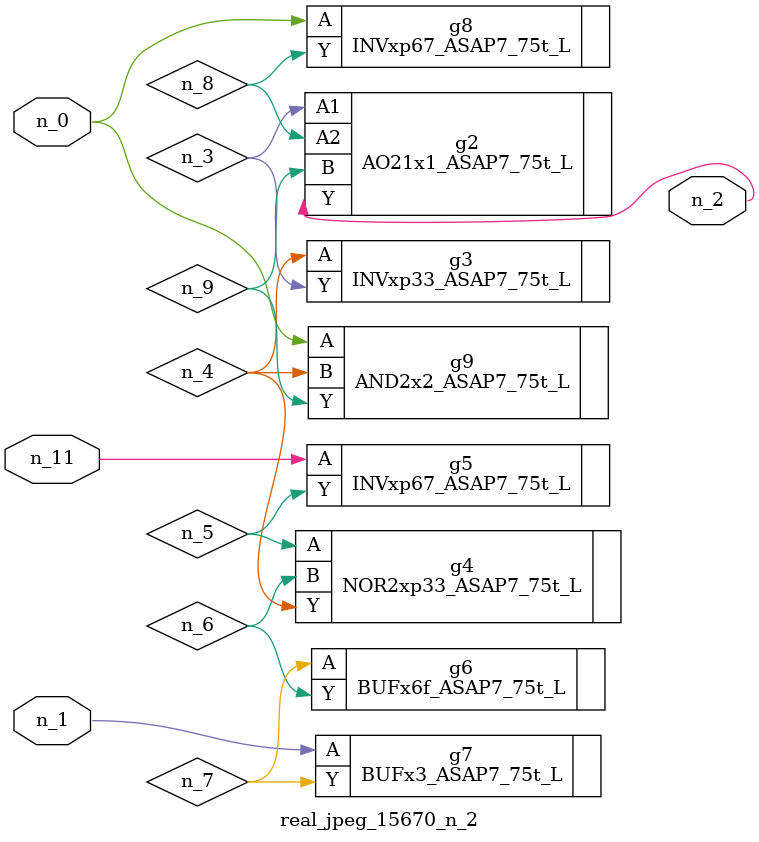
<source format=v>
module real_jpeg_15670_n_2 (n_1, n_11, n_0, n_2);

input n_1;
input n_11;
input n_0;

output n_2;

wire n_5;
wire n_8;
wire n_4;
wire n_6;
wire n_7;
wire n_3;
wire n_9;

INVxp67_ASAP7_75t_L g8 ( 
.A(n_0),
.Y(n_8)
);

AND2x2_ASAP7_75t_L g9 ( 
.A(n_0),
.B(n_4),
.Y(n_9)
);

BUFx3_ASAP7_75t_L g7 ( 
.A(n_1),
.Y(n_7)
);

AO21x1_ASAP7_75t_L g2 ( 
.A1(n_3),
.A2(n_8),
.B(n_9),
.Y(n_2)
);

INVxp33_ASAP7_75t_L g3 ( 
.A(n_4),
.Y(n_3)
);

NOR2xp33_ASAP7_75t_L g4 ( 
.A(n_5),
.B(n_6),
.Y(n_4)
);

BUFx6f_ASAP7_75t_L g6 ( 
.A(n_7),
.Y(n_6)
);

INVxp67_ASAP7_75t_L g5 ( 
.A(n_11),
.Y(n_5)
);


endmodule
</source>
